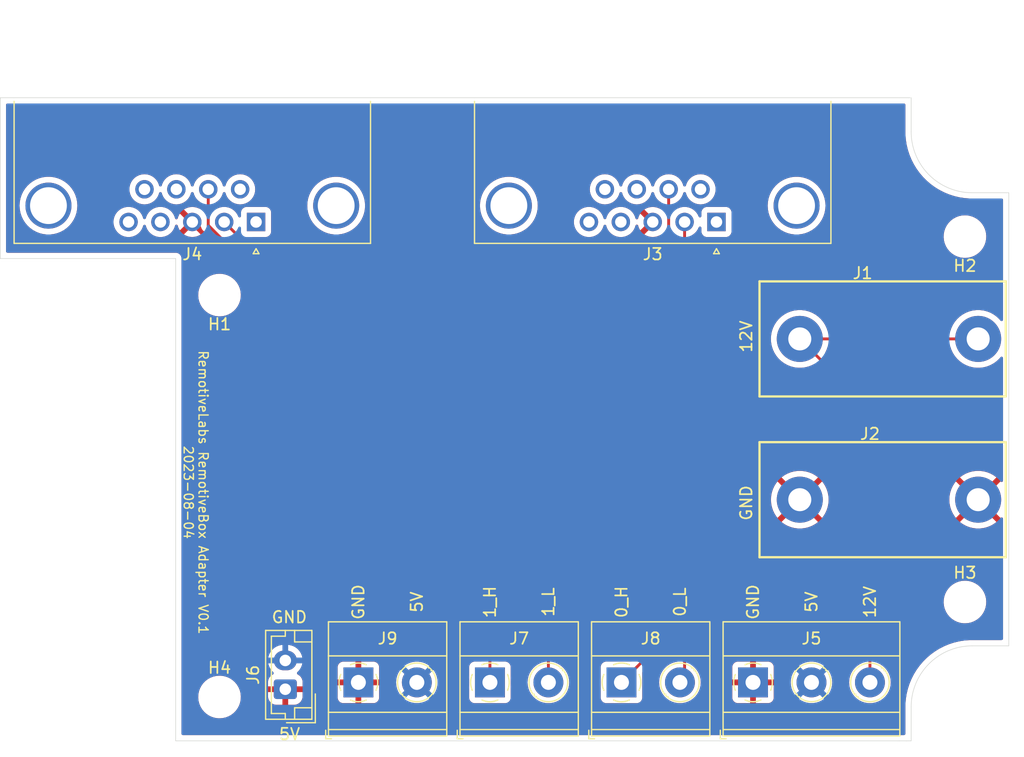
<source format=kicad_pcb>
(kicad_pcb (version 20221018) (generator pcbnew)
  (layers (0 "F.Cu" signal) (31 "B.Cu" signal) (34 "B.Paste" user) (35 "F.Paste" user) (36 "B.SilkS" user "B.Silkscreen") (37 "F.SilkS" user "F.Silkscreen") (38 "B.Mask" user) (39 "F.Mask" user) (44 "Edge.Cuts" user))
  (net 0 "")
  (net 13 "1_H")
  (net 14 "GND")
  (net 15 "1_L")
  (net 16 "0_L")
  (net 17 "0_H")
  (net 18 "5V")
  (net 19 "12V")
  (footprint "Footprints:Banana_Jack" (layer "F.Cu") (at 189.484 85.09)
    (fp_text reference "J2" (at 6.096 -5.715) (layer "F.SilkS"))
    (fp_text value "Conn_01x01_Female")
    (fp_line (start -3.5 -5) (end 17.9 -5) (stroke (width 0.2)) (layer "F.SilkS"))
    (fp_line (start -3.5 5) (end -3.5 -5) (stroke (width 0.2)) (layer "F.SilkS"))
    (fp_line (start 17.9 -5) (end 17.9 5) (stroke (width 0.2)) (layer "F.SilkS"))
    (fp_line (start 17.9 5) (end -3.5 5) (stroke (width 0.2)) (layer "F.SilkS"))
    (pad "1" thru_hole circle (at 0 0) (size 4 4) (drill 2) (layers "*.Cu" "*.Mask") (net 14 "GND"))
    (pad "1" thru_hole circle (at 15.5 0) (size 4 4) (drill 2) (layers "*.Cu" "*.Mask") (net 14 "GND"))
  )
  (footprint "MountingHole:MountingHole_3.2mm_M3" (layer "F.Cu") (at 203.835 62.23)
    (fp_text reference "H2" (at 0 2.54) (layer "F.SilkS"))
    (fp_text value "MountingHole")
    (pad "" np_thru_hole circle (at 0 0) (size 3.2 3.2) (drill 3.2) (layers "*.Cu" "*.Mask"))
  )
  (footprint "MountingHole:MountingHole_3.2mm_M3" (layer "F.Cu") (at 203.835 93.98)
    (fp_text reference "H3" (at 0 -2.54) (layer "F.SilkS"))
    (fp_text value "MountingHole")
    (pad "" np_thru_hole circle (at 0 0) (size 3.2 3.2) (drill 3.2) (layers "*.Cu" "*.Mask"))
  )
  (footprint "MountingHole:MountingHole_3.2mm_M3" (layer "F.Cu") (at 139.065 102.235)
    (fp_text reference "H4" (at 0 -2.54) (layer "F.SilkS"))
    (fp_text value "MountingHole")
    (pad "" np_thru_hole circle (at 0 0) (size 3.2 3.2) (drill 3.2) (layers "*.Cu" "*.Mask"))
  )
  (footprint "MountingHole:MountingHole_3.2mm_M3" (layer "F.Cu") (at 139.065 67.31)
    (fp_text reference "H1" (at 0 2.54) (layer "F.SilkS"))
    (fp_text value "MountingHole")
    (pad "" np_thru_hole circle (at 0 0) (size 3.2 3.2) (drill 3.2) (layers "*.Cu" "*.Mask"))
  )
  (footprint "Footprints:Banana_Jack" (layer "F.Cu") (at 189.484 71.12)
    (fp_text reference "J1" (at 5.461 -5.715) (layer "F.SilkS"))
    (fp_text value "Conn_01x01_Female")
    (fp_line (start -3.5 -5) (end 17.9 -5) (stroke (width 0.2)) (layer "F.SilkS"))
    (fp_line (start -3.5 5) (end -3.5 -5) (stroke (width 0.2)) (layer "F.SilkS"))
    (fp_line (start 17.9 -5) (end 17.9 5) (stroke (width 0.2)) (layer "F.SilkS"))
    (fp_line (start 17.9 5) (end -3.5 5) (stroke (width 0.2)) (layer "F.SilkS"))
    (pad "1" thru_hole circle (at 0 0) (size 4 4) (drill 2) (layers "*.Cu" "*.Mask") (net 19 "12V"))
    (pad "1" thru_hole circle (at 15.5 0) (size 4 4) (drill 2) (layers "*.Cu" "*.Mask") (net 19 "12V"))
  )
  (footprint "TerminalBlock_Phoenix:TerminalBlock_Phoenix_MKDS-1,5-2-5.08_1x02_P5.08mm_Horizontal" (layer "F.Cu") (at 151.13 100.965)
    (fp_text reference "J9" (at 2.54 -3.81) (layer "F.SilkS"))
    (fp_text value "Conn_01x02_Male")
    (fp_line (start -2.84 4.16) (end -2.84 4.9) (stroke (width 0.12)) (layer "F.SilkS"))
    (fp_line (start -2.84 4.9) (end -2.34 4.9) (stroke (width 0.12)) (layer "F.SilkS"))
    (fp_line (start -2.6 -5.261) (end -2.6 4.66) (stroke (width 0.12)) (layer "F.SilkS"))
    (fp_line (start -2.6 -5.261) (end 7.68 -5.261) (stroke (width 0.12)) (layer "F.SilkS"))
    (fp_line (start -2.6 -2.301) (end 7.68 -2.301) (stroke (width 0.12)) (layer "F.SilkS"))
    (fp_line (start -2.6 2.6) (end 7.68 2.6) (stroke (width 0.12)) (layer "F.SilkS"))
    (fp_line (start -2.6 4.1) (end 7.68 4.1) (stroke (width 0.12)) (layer "F.SilkS"))
    (fp_line (start -2.6 4.66) (end 7.68 4.66) (stroke (width 0.12)) (layer "F.SilkS"))
    (fp_line (start 3.853 1.023) (end 3.806 1.069) (stroke (width 0.12)) (layer "F.SilkS"))
    (fp_line (start 4.046 1.239) (end 4.011 1.274) (stroke (width 0.12)) (layer "F.SilkS"))
    (fp_line (start 6.15 -1.275) (end 6.115 -1.239) (stroke (width 0.12)) (layer "F.SilkS"))
    (fp_line (start 6.355 -1.069) (end 6.308 -1.023) (stroke (width 0.12)) (layer "F.SilkS"))
    (fp_line (start 7.68 -5.261) (end 7.68 4.66) (stroke (width 0.12)) (layer "F.SilkS"))
    (fp_arc (start -1.535427 0.683042) (mid -1.680501 -0.000524) (end -1.535 -0.684) (stroke (width 0.12)) (layer "F.SilkS"))
    (fp_arc (start -0.683042 -1.535427) (mid 0.000524 -1.680501) (end 0.684 -1.535) (stroke (width 0.12)) (layer "F.SilkS"))
    (fp_arc (start 0.028805 1.680253) (mid -0.335551 1.646659) (end -0.684 1.535) (stroke (width 0.12)) (layer "F.SilkS"))
    (fp_arc (start 0.683318 1.534756) (mid 0.349292 1.643288) (end 0 1.68) (stroke (width 0.12)) (layer "F.SilkS"))
    (fp_arc (start 1.535427 -0.683042) (mid 1.680501 0.000524) (end 1.535 0.684) (stroke (width 0.12)) (layer "F.SilkS"))
    (fp_circle (center 5.08 0) (end 6.76 0) (stroke (width 0.12)) (fill none) (layer "F.SilkS"))
    (pad "1" thru_hole rect (at 0 0) (size 2.6 2.6) (drill 1.3) (layers "*.Cu" "*.Mask") (net 14 "GND"))
    (pad "2" thru_hole circle (at 5.08 0) (size 2.6 2.6) (drill 1.3) (layers "*.Cu" "*.Mask") (net 18 "5V"))
  )
  (footprint "Connector_Dsub:DSUB-9_Male_Horizontal_P2.77x2.84mm_EdgePinOffset7.70mm_Housed_MountingHolesOffset9.12mm" (layer "F.Cu") (at 142.24 60.96 180)
    (fp_text reference "J4" (at 5.54 -2.8) (layer "F.SilkS"))
    (fp_text value "DB9_Male")
    (fp_line (start -9.945 -1.86) (end 21.025 -1.86) (stroke (width 0.12)) (layer "F.SilkS"))
    (fp_line (start -9.945 10.48) (end -9.945 -1.86) (stroke (width 0.12)) (layer "F.SilkS"))
    (fp_line (start -0.25 -2.754338) (end 0.25 -2.754338) (stroke (width 0.12)) (layer "F.SilkS"))
    (fp_line (start 0 -2.321325) (end -0.25 -2.754338) (stroke (width 0.12)) (layer "F.SilkS"))
    (fp_line (start 0.25 -2.754338) (end 0 -2.321325) (stroke (width 0.12)) (layer "F.SilkS"))
    (fp_line (start 21.025 -1.86) (end 21.025 10.48) (stroke (width 0.12)) (layer "F.SilkS"))
    (pad "0" thru_hole circle (at -6.96 1.42 180) (size 4 4) (drill 3.2) (layers "*.Cu" "*.Mask"))
    (pad "0" thru_hole circle (at 18.04 1.42 180) (size 4 4) (drill 3.2) (layers "*.Cu" "*.Mask"))
    (pad "1" thru_hole rect (at 0 0 180) (size 1.6 1.6) (drill 1) (layers "*.Cu" "*.Mask"))
    (pad "2" thru_hole circle (at 2.77 0 180) (size 1.6 1.6) (drill 1) (layers "*.Cu" "*.Mask") (net 16 "0_L"))
    (pad "3" thru_hole circle (at 5.54 0 180) (size 1.6 1.6) (drill 1) (layers "*.Cu" "*.Mask") (net 14 "GND"))
    (pad "4" thru_hole circle (at 8.31 0 180) (size 1.6 1.6) (drill 1) (layers "*.Cu" "*.Mask"))
    (pad "5" thru_hole circle (at 11.08 0 180) (size 1.6 1.6) (drill 1) (layers "*.Cu" "*.Mask"))
    (pad "6" thru_hole circle (at 1.385 2.84 180) (size 1.6 1.6) (drill 1) (layers "*.Cu" "*.Mask"))
    (pad "7" thru_hole circle (at 4.155 2.84 180) (size 1.6 1.6) (drill 1) (layers "*.Cu" "*.Mask") (net 17 "0_H"))
    (pad "8" thru_hole circle (at 6.925 2.84 180) (size 1.6 1.6) (drill 1) (layers "*.Cu" "*.Mask"))
    (pad "9" thru_hole circle (at 9.695 2.84 180) (size 1.6 1.6) (drill 1) (layers "*.Cu" "*.Mask"))
  )
  (footprint "TerminalBlock_Phoenix:TerminalBlock_Phoenix_MKDS-1,5-2-5.08_1x02_P5.08mm_Horizontal" (layer "F.Cu") (at 173.99 100.965)
    (fp_text reference "J8" (at 2.54 -3.81) (layer "F.SilkS"))
    (fp_text value "Conn_01x02_Female")
    (fp_line (start -2.84 4.16) (end -2.84 4.9) (stroke (width 0.12)) (layer "F.SilkS"))
    (fp_line (start -2.84 4.9) (end -2.34 4.9) (stroke (width 0.12)) (layer "F.SilkS"))
    (fp_line (start -2.6 -5.261) (end -2.6 4.66) (stroke (width 0.12)) (layer "F.SilkS"))
    (fp_line (start -2.6 -5.261) (end 7.68 -5.261) (stroke (width 0.12)) (layer "F.SilkS"))
    (fp_line (start -2.6 -2.301) (end 7.68 -2.301) (stroke (width 0.12)) (layer "F.SilkS"))
    (fp_line (start -2.6 2.6) (end 7.68 2.6) (stroke (width 0.12)) (layer "F.SilkS"))
    (fp_line (start -2.6 4.1) (end 7.68 4.1) (stroke (width 0.12)) (layer "F.SilkS"))
    (fp_line (start -2.6 4.66) (end 7.68 4.66) (stroke (width 0.12)) (layer "F.SilkS"))
    (fp_line (start 3.853 1.023) (end 3.806 1.069) (stroke (width 0.12)) (layer "F.SilkS"))
    (fp_line (start 4.046 1.239) (end 4.011 1.274) (stroke (width 0.12)) (layer "F.SilkS"))
    (fp_line (start 6.15 -1.275) (end 6.115 -1.239) (stroke (width 0.12)) (layer "F.SilkS"))
    (fp_line (start 6.355 -1.069) (end 6.308 -1.023) (stroke (width 0.12)) (layer "F.SilkS"))
    (fp_line (start 7.68 -5.261) (end 7.68 4.66) (stroke (width 0.12)) (layer "F.SilkS"))
    (fp_arc (start -1.535427 0.683042) (mid -1.680501 -0.000524) (end -1.535 -0.684) (stroke (width 0.12)) (layer "F.SilkS"))
    (fp_arc (start -0.683042 -1.535427) (mid 0.000524 -1.680501) (end 0.684 -1.535) (stroke (width 0.12)) (layer "F.SilkS"))
    (fp_arc (start 0.028805 1.680253) (mid -0.335551 1.646659) (end -0.684 1.535) (stroke (width 0.12)) (layer "F.SilkS"))
    (fp_arc (start 0.683318 1.534756) (mid 0.349292 1.643288) (end 0 1.68) (stroke (width 0.12)) (layer "F.SilkS"))
    (fp_arc (start 1.535427 -0.683042) (mid 1.680501 0.000524) (end 1.535 0.684) (stroke (width 0.12)) (layer "F.SilkS"))
    (fp_circle (center 5.08 0) (end 6.76 0) (stroke (width 0.12)) (fill none) (layer "F.SilkS"))
    (pad "1" thru_hole rect (at 0 0) (size 2.6 2.6) (drill 1.3) (layers "*.Cu" "*.Mask") (net 13 "1_H"))
    (pad "2" thru_hole circle (at 5.08 0) (size 2.6 2.6) (drill 1.3) (layers "*.Cu" "*.Mask") (net 15 "1_L"))
  )
  (footprint "TerminalBlock_Phoenix:TerminalBlock_Phoenix_MKDS-1,5-3-5.08_1x03_P5.08mm_Horizontal" (layer "F.Cu") (at 185.42 100.965)
    (fp_text reference "J5" (at 5.08 -3.81) (layer "F.SilkS"))
    (fp_text value "Conn_01x03_Female")
    (fp_line (start -2.84 4.16) (end -2.84 4.9) (stroke (width 0.12)) (layer "F.SilkS"))
    (fp_line (start -2.84 4.9) (end -2.34 4.9) (stroke (width 0.12)) (layer "F.SilkS"))
    (fp_line (start -2.6 -5.261) (end -2.6 4.66) (stroke (width 0.12)) (layer "F.SilkS"))
    (fp_line (start -2.6 -5.261) (end 12.76 -5.261) (stroke (width 0.12)) (layer "F.SilkS"))
    (fp_line (start -2.6 -2.301) (end 12.76 -2.301) (stroke (width 0.12)) (layer "F.SilkS"))
    (fp_line (start -2.6 2.6) (end 12.76 2.6) (stroke (width 0.12)) (layer "F.SilkS"))
    (fp_line (start -2.6 4.1) (end 12.76 4.1) (stroke (width 0.12)) (layer "F.SilkS"))
    (fp_line (start -2.6 4.66) (end 12.76 4.66) (stroke (width 0.12)) (layer "F.SilkS"))
    (fp_line (start 3.853 1.023) (end 3.806 1.069) (stroke (width 0.12)) (layer "F.SilkS"))
    (fp_line (start 4.046 1.239) (end 4.011 1.274) (stroke (width 0.12)) (layer "F.SilkS"))
    (fp_line (start 6.15 -1.275) (end 6.115 -1.239) (stroke (width 0.12)) (layer "F.SilkS"))
    (fp_line (start 6.355 -1.069) (end 6.308 -1.023) (stroke (width 0.12)) (layer "F.SilkS"))
    (fp_line (start 8.933 1.023) (end 8.886 1.069) (stroke (width 0.12)) (layer "F.SilkS"))
    (fp_line (start 9.126 1.239) (end 9.091 1.274) (stroke (width 0.12)) (layer "F.SilkS"))
    (fp_line (start 11.23 -1.275) (end 11.195 -1.239) (stroke (width 0.12)) (layer "F.SilkS"))
    (fp_line (start 11.435 -1.069) (end 11.388 -1.023) (stroke (width 0.12)) (layer "F.SilkS"))
    (fp_line (start 12.76 -5.261) (end 12.76 4.66) (stroke (width 0.12)) (layer "F.SilkS"))
    (fp_arc (start -1.535427 0.683042) (mid -1.680501 -0.000524) (end -1.535 -0.684) (stroke (width 0.12)) (layer "F.SilkS"))
    (fp_arc (start -0.683042 -1.535427) (mid 0.000524 -1.680501) (end 0.684 -1.535) (stroke (width 0.12)) (layer "F.SilkS"))
    (fp_arc (start 0.028805 1.680253) (mid -0.335551 1.646659) (end -0.684 1.535) (stroke (width 0.12)) (layer "F.SilkS"))
    (fp_arc (start 0.683318 1.534756) (mid 0.349292 1.643288) (end 0 1.68) (stroke (width 0.12)) (layer "F.SilkS"))
    (fp_arc (start 1.535427 -0.683042) (mid 1.680501 0.000524) (end 1.535 0.684) (stroke (width 0.12)) (layer "F.SilkS"))
    (fp_circle (center 5.08 0) (end 6.76 0) (stroke (width 0.12)) (fill none) (layer "F.SilkS"))
    (fp_circle (center 10.16 0) (end 11.84 0) (stroke (width 0.12)) (fill none) (layer "F.SilkS"))
    (pad "1" thru_hole rect (at 0 0) (size 2.6 2.6) (drill 1.3) (layers "*.Cu" "*.Mask") (net 14 "GND"))
    (pad "2" thru_hole circle (at 5.08 0) (size 2.6 2.6) (drill 1.3) (layers "*.Cu" "*.Mask") (net 18 "5V"))
    (pad "3" thru_hole circle (at 10.16 0) (size 2.6 2.6) (drill 1.3) (layers "*.Cu" "*.Mask") (net 19 "12V"))
  )
  (footprint "Connector_Dsub:DSUB-9_Male_Horizontal_P2.77x2.84mm_EdgePinOffset7.70mm_Housed_MountingHolesOffset9.12mm" (layer "F.Cu") (at 182.245 60.96 180)
    (fp_text reference "J3" (at 5.54 -2.8) (layer "F.SilkS"))
    (fp_text value "DB9_Male")
    (fp_line (start -9.945 -1.86) (end 21.025 -1.86) (stroke (width 0.12)) (layer "F.SilkS"))
    (fp_line (start -9.945 10.48) (end -9.945 -1.86) (stroke (width 0.12)) (layer "F.SilkS"))
    (fp_line (start -0.25 -2.754338) (end 0.25 -2.754338) (stroke (width 0.12)) (layer "F.SilkS"))
    (fp_line (start 0 -2.321325) (end -0.25 -2.754338) (stroke (width 0.12)) (layer "F.SilkS"))
    (fp_line (start 0.25 -2.754338) (end 0 -2.321325) (stroke (width 0.12)) (layer "F.SilkS"))
    (fp_line (start 21.025 -1.86) (end 21.025 10.48) (stroke (width 0.12)) (layer "F.SilkS"))
    (pad "0" thru_hole circle (at -6.96 1.42 180) (size 4 4) (drill 3.2) (layers "*.Cu" "*.Mask"))
    (pad "0" thru_hole circle (at 18.04 1.42 180) (size 4 4) (drill 3.2) (layers "*.Cu" "*.Mask"))
    (pad "1" thru_hole rect (at 0 0 180) (size 1.6 1.6) (drill 1) (layers "*.Cu" "*.Mask"))
    (pad "2" thru_hole circle (at 2.77 0 180) (size 1.6 1.6) (drill 1) (layers "*.Cu" "*.Mask") (net 15 "1_L"))
    (pad "3" thru_hole circle (at 5.54 0 180) (size 1.6 1.6) (drill 1) (layers "*.Cu" "*.Mask") (net 14 "GND"))
    (pad "4" thru_hole circle (at 8.31 0 180) (size 1.6 1.6) (drill 1) (layers "*.Cu" "*.Mask"))
    (pad "5" thru_hole circle (at 11.08 0 180) (size 1.6 1.6) (drill 1) (layers "*.Cu" "*.Mask"))
    (pad "6" thru_hole circle (at 1.385 2.84 180) (size 1.6 1.6) (drill 1) (layers "*.Cu" "*.Mask"))
    (pad "7" thru_hole circle (at 4.155 2.84 180) (size 1.6 1.6) (drill 1) (layers "*.Cu" "*.Mask") (net 13 "1_H"))
    (pad "8" thru_hole circle (at 6.925 2.84 180) (size 1.6 1.6) (drill 1) (layers "*.Cu" "*.Mask"))
    (pad "9" thru_hole circle (at 9.695 2.84 180) (size 1.6 1.6) (drill 1) (layers "*.Cu" "*.Mask"))
  )
  (footprint "Connector_JST:JST_EH_B2B-EH-A_1x02_P2.50mm_Vertical" (layer "F.Cu") (at 144.78 101.56 90)
    (fp_text reference "J6" (at 1.25 -2.8 90) (layer "F.SilkS"))
    (fp_text value "Conn_01x02_Male")
    (fp_line (start -2.91 0.11) (end -2.91 2.61) (stroke (width 0.12)) (layer "F.SilkS"))
    (fp_line (start -2.91 2.61) (end -0.41 2.61) (stroke (width 0.12)) (layer "F.SilkS"))
    (fp_line (start -2.61 -1.71) (end -2.61 2.31) (stroke (width 0.12)) (layer "F.SilkS"))
    (fp_line (start -2.61 0) (end -2.11 0) (stroke (width 0.12)) (layer "F.SilkS"))
    (fp_line (start -2.61 0.81) (end -1.61 0.81) (stroke (width 0.12)) (layer "F.SilkS"))
    (fp_line (start -2.61 2.31) (end 5.11 2.31) (stroke (width 0.12)) (layer "F.SilkS"))
    (fp_line (start -2.11 -1.21) (end 4.61 -1.21) (stroke (width 0.12)) (layer "F.SilkS"))
    (fp_line (start -2.11 0) (end -2.11 -1.21) (stroke (width 0.12)) (layer "F.SilkS"))
    (fp_line (start -1.61 0.81) (end -1.61 2.31) (stroke (width 0.12)) (layer "F.SilkS"))
    (fp_line (start 4.11 0.81) (end 4.11 2.31) (stroke (width 0.12)) (layer "F.SilkS"))
    (fp_line (start 4.61 -1.21) (end 4.61 0) (stroke (width 0.12)) (layer "F.SilkS"))
    (fp_line (start 4.61 0) (end 5.11 0) (stroke (width 0.12)) (layer "F.SilkS"))
    (fp_line (start 5.11 -1.71) (end -2.61 -1.71) (stroke (width 0.12)) (layer "F.SilkS"))
    (fp_line (start 5.11 0.81) (end 4.11 0.81) (stroke (width 0.12)) (layer "F.SilkS"))
    (fp_line (start 5.11 2.31) (end 5.11 -1.71) (stroke (width 0.12)) (layer "F.SilkS"))
    (pad "1" thru_hole roundrect (at 0 0 90) (size 1.7 2) (drill 1) (layers "*.Cu" "*.Mask") (roundrect_rratio 0.1470588235) (net 14 "GND"))
    (pad "2" thru_hole oval (at 2.5 0 90) (size 1.7 2) (drill 1) (layers "*.Cu" "*.Mask") (net 18 "5V"))
  )
  (footprint "TerminalBlock_Phoenix:TerminalBlock_Phoenix_MKDS-1,5-2-5.08_1x02_P5.08mm_Horizontal" (layer "F.Cu") (at 162.56 100.965)
    (fp_text reference "J7" (at 2.54 -3.81) (layer "F.SilkS"))
    (fp_text value "Conn_01x02_Female")
    (fp_line (start -2.84 4.16) (end -2.84 4.9) (stroke (width 0.12)) (layer "F.SilkS"))
    (fp_line (start -2.84 4.9) (end -2.34 4.9) (stroke (width 0.12)) (layer "F.SilkS"))
    (fp_line (start -2.6 -5.261) (end -2.6 4.66) (stroke (width 0.12)) (layer "F.SilkS"))
    (fp_line (start -2.6 -5.261) (end 7.68 -5.261) (stroke (width 0.12)) (layer "F.SilkS"))
    (fp_line (start -2.6 -2.301) (end 7.68 -2.301) (stroke (width 0.12)) (layer "F.SilkS"))
    (fp_line (start -2.6 2.6) (end 7.68 2.6) (stroke (width 0.12)) (layer "F.SilkS"))
    (fp_line (start -2.6 4.1) (end 7.68 4.1) (stroke (width 0.12)) (layer "F.SilkS"))
    (fp_line (start -2.6 4.66) (end 7.68 4.66) (stroke (width 0.12)) (layer "F.SilkS"))
    (fp_line (start 3.853 1.023) (end 3.806 1.069) (stroke (width 0.12)) (layer "F.SilkS"))
    (fp_line (start 4.046 1.239) (end 4.011 1.274) (stroke (width 0.12)) (layer "F.SilkS"))
    (fp_line (start 6.15 -1.275) (end 6.115 -1.239) (stroke (width 0.12)) (layer "F.SilkS"))
    (fp_line (start 6.355 -1.069) (end 6.308 -1.023) (stroke (width 0.12)) (layer "F.SilkS"))
    (fp_line (start 7.68 -5.261) (end 7.68 4.66) (stroke (width 0.12)) (layer "F.SilkS"))
    (fp_arc (start -1.535427 0.683042) (mid -1.680501 -0.000524) (end -1.535 -0.684) (stroke (width 0.12)) (layer "F.SilkS"))
    (fp_arc (start -0.683042 -1.535427) (mid 0.000524 -1.680501) (end 0.684 -1.535) (stroke (width 0.12)) (layer "F.SilkS"))
    (fp_arc (start 0.028805 1.680253) (mid -0.335551 1.646659) (end -0.684 1.535) (stroke (width 0.12)) (layer "F.SilkS"))
    (fp_arc (start 0.683318 1.534756) (mid 0.349292 1.643288) (end 0 1.68) (stroke (width 0.12)) (layer "F.SilkS"))
    (fp_arc (start 1.535427 -0.683042) (mid 1.680501 0.000524) (end 1.535 0.684) (stroke (width 0.12)) (layer "F.SilkS"))
    (fp_circle (center 5.08 0) (end 6.76 0) (stroke (width 0.12)) (fill none) (layer "F.SilkS"))
    (pad "1" thru_hole rect (at 0 0) (size 2.6 2.6) (drill 1.3) (layers "*.Cu" "*.Mask") (net 17 "0_H"))
    (pad "2" thru_hole circle (at 5.08 0) (size 2.6 2.6) (drill 1.3) (layers "*.Cu" "*.Mask") (net 16 "0_L"))
  )
  (gr_line (start 199.1614 106.045) (end 198.755 106.045) (stroke (width 0.05)) (layer "Edge.Cuts"))
  (gr_line (start 120.015 64.135) (end 135.255 64.135) (stroke (width 0.05)) (layer "Edge.Cuts"))
  (gr_line (start 199.1614 103.0986) (end 199.1614 106.045) (stroke (width 0.05)) (layer "Edge.Cuts"))
  (gr_line (start 199.1614 53.1114) (end 199.1614 50.165) (stroke (width 0.05)) (layer "Edge.Cuts"))
  (gr_line (start 135.255 64.135) (end 135.255 106.045) (stroke (width 0.05)) (layer "Edge.Cuts"))
  (gr_arc (start 199.1614 103.0986) (mid 200.716253 99.344853) (end 204.47 97.79) (stroke (width 0.05)) (layer "Edge.Cuts"))
  (gr_line (start 198.12 50.165) (end 120.015 50.165) (stroke (width 0.05)) (layer "Edge.Cuts"))
  (gr_line (start 198.755 106.045) (end 198.12 106.045) (stroke (width 0.05)) (layer "Edge.Cuts"))
  (gr_line (start 207.645 58.42) (end 207.645 97.79) (stroke (width 0.05)) (layer "Edge.Cuts"))
  (gr_line (start 198.12 106.045) (end 135.255 106.045) (stroke (width 0.05)) (layer "Edge.Cuts"))
  (gr_line (start 120.015 50.165) (end 120.015 64.135) (stroke (width 0.05)) (layer "Edge.Cuts"))
  (gr_line (start 207.645 97.79) (end 204.47 97.79) (stroke (width 0.05)) (layer "Edge.Cuts"))
  (gr_arc (start 204.47 58.42) (mid 200.716253 56.865147) (end 199.1614 53.1114) (stroke (width 0.05)) (layer "Edge.Cuts"))
  (gr_line (start 198.12 50.165) (end 198.755 50.165) (stroke (width 0.05)) (layer "Edge.Cuts"))
  (gr_line (start 207.645 58.42) (end 204.47 58.42) (stroke (width 0.05)) (layer "Edge.Cuts"))
  (gr_line (start 199.1614 50.165) (end 198.755 50.165) (stroke (width 0.05)) (layer "Edge.Cuts"))
  (gr_text "1_L" (at 167.64 93.98 90) (layer "F.SilkS") (effects (font (size 1 1))))
  (gr_text "5V" (at 190.5 93.98 90) (layer "F.SilkS") (effects (font (size 1 1))))
  (gr_text "0_L" (at 179.07 93.98 90) (layer "F.SilkS") (effects (font (size 1 1))))
  (gr_text "1_H" (at 162.56 93.98 90) (layer "F.SilkS") (effects (font (size 1 1))))
  (gr_text "12V" (at 195.58 93.98 90) (layer "F.SilkS") (effects (font (size 1 1))))
  (gr_text "0_H" (at 173.99 93.98 90) (layer "F.SilkS") (effects (font (size 1 1))))
  (gr_text "GND" (at 143.51 95.885) (layer "F.SilkS") (effects (font (size 1 1)) (justify left bottom)))
  (gr_text "12V" (at 185.42 72.39 90) (layer "F.SilkS") (effects (font (size 1 1)) (justify left bottom)))
  (gr_text "RemotiveLabs RemotiveBox Adapter V0.1\n2023-08-04" (at 135.89 84.455 270) (layer "F.SilkS") (effects (font (size 0.8 0.8) (thickness 0.12)) (justify bottom)))
  (gr_text "5V" (at 144.145 106.045) (layer "F.SilkS") (effects (font (size 1 1)) (justify left bottom)))
  (gr_text "GND" (at 185.42 86.995 90) (layer "F.SilkS") (effects (font (size 1 1)) (justify left bottom)))
  (gr_text "GND" (at 185.42 93.98 90) (layer "F.SilkS") (effects (font (size 1 1))))
  (gr_text "GND" (at 151.13 93.98 90) (layer "F.SilkS") (effects (font (size 1 1))))
  (gr_text "5V" (at 156.21 93.98 90) (layer "F.SilkS") (effects (font (size 1 1))))
  (segment (start 178.09 96.865) (end 173.99 100.965) (width 0.25) (layer "F.Cu") (net 13))
  (segment (start 178.09 58.12) (end 178.09 96.865) (width 0.25) (layer "F.Cu") (net 13))
  (segment (start 179.475 60.96) (end 179.475 100.56) (width 0.25) (layer "F.Cu") (net 15))
  (segment (start 179.475 100.56) (end 179.07 100.965) (width 0.25) (layer "F.Cu") (net 15))
  (segment (start 139.47 60.96) (end 167.64 89.13) (width 0.25) (layer "F.Cu") (net 16))
  (segment (start 167.64 89.13) (end 167.64 100.965) (width 0.25) (layer "F.Cu") (net 16))
  (segment (start 138.085 58.12) (end 138.085 61.25) (width 0.25) (layer "F.Cu") (net 17))
  (segment (start 138.085 61.25) (end 162.56 85.725) (width 0.25) (layer "F.Cu") (net 17))
  (segment (start 162.56 85.725) (end 162.56 100.965) (width 0.25) (layer "F.Cu") (net 17))
  (segment (start 189.484 71.12) (end 195.58 77.216) (width 0.25) (layer "F.Cu") (net 19))
  (segment (start 204.984 71.12) (end 189.484 71.12) (width 0.25) (layer "F.Cu") (net 19))
  (segment (start 195.58 77.216) (end 195.58 100.965) (width 0.25) (layer "F.Cu") (net 19))
  (zone (net 14) (net_name "GND") (layer "F.Cu") (connect_pads (clearance 0.508)) (min_thickness 0.25) (fill yes (thermal_gap 0.5) (thermal_bridge_width 0.5))
    (polygon (pts (xy 120.015 50.165) (xy 207.645 50.165) (xy 207.645 106.045) (xy 120.015 106.045)))
  )
  (zone (net 18) (net_name "5V") (layer "B.Cu") (priority 1) (connect_pads (clearance 0.508)) (min_thickness 0.25) (fill yes (thermal_gap 0.5) (thermal_bridge_width 0.5))
    (polygon (pts (xy 120.015 50.165) (xy 207.645 50.165) (xy 207.645 106.045) (xy 120.015 106.045)))
  )
)
</source>
